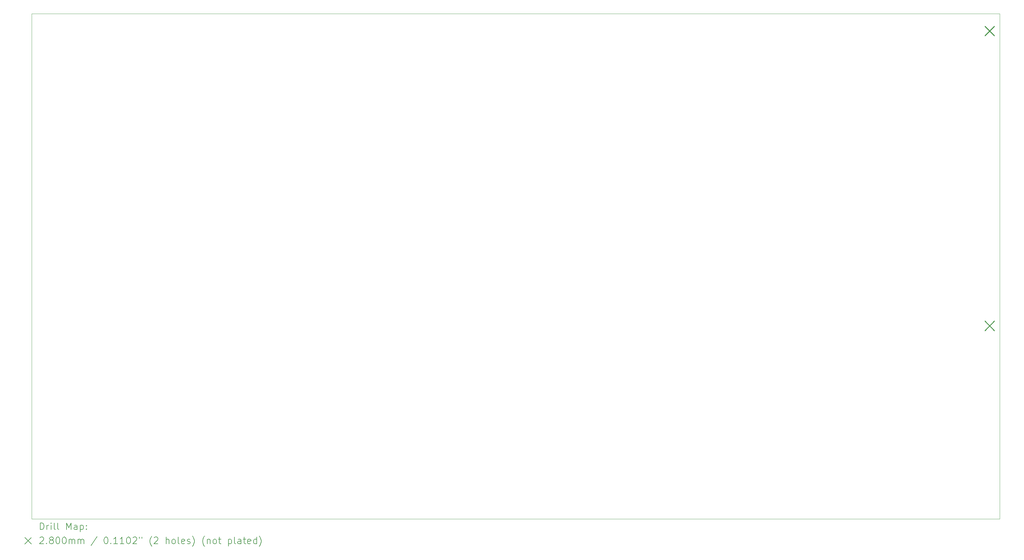
<source format=gbr>
%TF.GenerationSoftware,KiCad,Pcbnew,(6.0.10)*%
%TF.CreationDate,2023-03-31T21:36:53+03:00*%
%TF.ProjectId,delta48m,64656c74-6134-4386-9d2e-6b696361645f,1*%
%TF.SameCoordinates,Original*%
%TF.FileFunction,Drillmap*%
%TF.FilePolarity,Positive*%
%FSLAX45Y45*%
G04 Gerber Fmt 4.5, Leading zero omitted, Abs format (unit mm)*
G04 Created by KiCad (PCBNEW (6.0.10)) date 2023-03-31 21:36:53*
%MOMM*%
%LPD*%
G01*
G04 APERTURE LIST*
%ADD10C,0.100000*%
%ADD11C,0.200000*%
%ADD12C,0.280000*%
G04 APERTURE END LIST*
D10*
X6960000Y-7140000D02*
X35660000Y-7140000D01*
X35660000Y-7140000D02*
X35660000Y-22140000D01*
X35660000Y-22140000D02*
X6960000Y-22140000D01*
X6960000Y-22140000D02*
X6960000Y-7140000D01*
D11*
D12*
X35225900Y-7516000D02*
X35505900Y-7796000D01*
X35505900Y-7516000D02*
X35225900Y-7796000D01*
X35225900Y-16266000D02*
X35505900Y-16546000D01*
X35505900Y-16266000D02*
X35225900Y-16546000D01*
D11*
X7212619Y-22455476D02*
X7212619Y-22255476D01*
X7260238Y-22255476D01*
X7288809Y-22265000D01*
X7307857Y-22284048D01*
X7317381Y-22303095D01*
X7326905Y-22341190D01*
X7326905Y-22369762D01*
X7317381Y-22407857D01*
X7307857Y-22426905D01*
X7288809Y-22445952D01*
X7260238Y-22455476D01*
X7212619Y-22455476D01*
X7412619Y-22455476D02*
X7412619Y-22322143D01*
X7412619Y-22360238D02*
X7422143Y-22341190D01*
X7431667Y-22331667D01*
X7450714Y-22322143D01*
X7469762Y-22322143D01*
X7536428Y-22455476D02*
X7536428Y-22322143D01*
X7536428Y-22255476D02*
X7526905Y-22265000D01*
X7536428Y-22274524D01*
X7545952Y-22265000D01*
X7536428Y-22255476D01*
X7536428Y-22274524D01*
X7660238Y-22455476D02*
X7641190Y-22445952D01*
X7631667Y-22426905D01*
X7631667Y-22255476D01*
X7765000Y-22455476D02*
X7745952Y-22445952D01*
X7736428Y-22426905D01*
X7736428Y-22255476D01*
X7993571Y-22455476D02*
X7993571Y-22255476D01*
X8060238Y-22398333D01*
X8126905Y-22255476D01*
X8126905Y-22455476D01*
X8307857Y-22455476D02*
X8307857Y-22350714D01*
X8298333Y-22331667D01*
X8279286Y-22322143D01*
X8241190Y-22322143D01*
X8222143Y-22331667D01*
X8307857Y-22445952D02*
X8288809Y-22455476D01*
X8241190Y-22455476D01*
X8222143Y-22445952D01*
X8212619Y-22426905D01*
X8212619Y-22407857D01*
X8222143Y-22388809D01*
X8241190Y-22379286D01*
X8288809Y-22379286D01*
X8307857Y-22369762D01*
X8403095Y-22322143D02*
X8403095Y-22522143D01*
X8403095Y-22331667D02*
X8422143Y-22322143D01*
X8460238Y-22322143D01*
X8479286Y-22331667D01*
X8488810Y-22341190D01*
X8498333Y-22360238D01*
X8498333Y-22417381D01*
X8488810Y-22436428D01*
X8479286Y-22445952D01*
X8460238Y-22455476D01*
X8422143Y-22455476D01*
X8403095Y-22445952D01*
X8584048Y-22436428D02*
X8593571Y-22445952D01*
X8584048Y-22455476D01*
X8574524Y-22445952D01*
X8584048Y-22436428D01*
X8584048Y-22455476D01*
X8584048Y-22331667D02*
X8593571Y-22341190D01*
X8584048Y-22350714D01*
X8574524Y-22341190D01*
X8584048Y-22331667D01*
X8584048Y-22350714D01*
X6755000Y-22685000D02*
X6955000Y-22885000D01*
X6955000Y-22685000D02*
X6755000Y-22885000D01*
X7203095Y-22694524D02*
X7212619Y-22685000D01*
X7231667Y-22675476D01*
X7279286Y-22675476D01*
X7298333Y-22685000D01*
X7307857Y-22694524D01*
X7317381Y-22713571D01*
X7317381Y-22732619D01*
X7307857Y-22761190D01*
X7193571Y-22875476D01*
X7317381Y-22875476D01*
X7403095Y-22856428D02*
X7412619Y-22865952D01*
X7403095Y-22875476D01*
X7393571Y-22865952D01*
X7403095Y-22856428D01*
X7403095Y-22875476D01*
X7526905Y-22761190D02*
X7507857Y-22751667D01*
X7498333Y-22742143D01*
X7488809Y-22723095D01*
X7488809Y-22713571D01*
X7498333Y-22694524D01*
X7507857Y-22685000D01*
X7526905Y-22675476D01*
X7565000Y-22675476D01*
X7584048Y-22685000D01*
X7593571Y-22694524D01*
X7603095Y-22713571D01*
X7603095Y-22723095D01*
X7593571Y-22742143D01*
X7584048Y-22751667D01*
X7565000Y-22761190D01*
X7526905Y-22761190D01*
X7507857Y-22770714D01*
X7498333Y-22780238D01*
X7488809Y-22799286D01*
X7488809Y-22837381D01*
X7498333Y-22856428D01*
X7507857Y-22865952D01*
X7526905Y-22875476D01*
X7565000Y-22875476D01*
X7584048Y-22865952D01*
X7593571Y-22856428D01*
X7603095Y-22837381D01*
X7603095Y-22799286D01*
X7593571Y-22780238D01*
X7584048Y-22770714D01*
X7565000Y-22761190D01*
X7726905Y-22675476D02*
X7745952Y-22675476D01*
X7765000Y-22685000D01*
X7774524Y-22694524D01*
X7784048Y-22713571D01*
X7793571Y-22751667D01*
X7793571Y-22799286D01*
X7784048Y-22837381D01*
X7774524Y-22856428D01*
X7765000Y-22865952D01*
X7745952Y-22875476D01*
X7726905Y-22875476D01*
X7707857Y-22865952D01*
X7698333Y-22856428D01*
X7688809Y-22837381D01*
X7679286Y-22799286D01*
X7679286Y-22751667D01*
X7688809Y-22713571D01*
X7698333Y-22694524D01*
X7707857Y-22685000D01*
X7726905Y-22675476D01*
X7917381Y-22675476D02*
X7936428Y-22675476D01*
X7955476Y-22685000D01*
X7965000Y-22694524D01*
X7974524Y-22713571D01*
X7984048Y-22751667D01*
X7984048Y-22799286D01*
X7974524Y-22837381D01*
X7965000Y-22856428D01*
X7955476Y-22865952D01*
X7936428Y-22875476D01*
X7917381Y-22875476D01*
X7898333Y-22865952D01*
X7888809Y-22856428D01*
X7879286Y-22837381D01*
X7869762Y-22799286D01*
X7869762Y-22751667D01*
X7879286Y-22713571D01*
X7888809Y-22694524D01*
X7898333Y-22685000D01*
X7917381Y-22675476D01*
X8069762Y-22875476D02*
X8069762Y-22742143D01*
X8069762Y-22761190D02*
X8079286Y-22751667D01*
X8098333Y-22742143D01*
X8126905Y-22742143D01*
X8145952Y-22751667D01*
X8155476Y-22770714D01*
X8155476Y-22875476D01*
X8155476Y-22770714D02*
X8165000Y-22751667D01*
X8184048Y-22742143D01*
X8212619Y-22742143D01*
X8231667Y-22751667D01*
X8241190Y-22770714D01*
X8241190Y-22875476D01*
X8336428Y-22875476D02*
X8336428Y-22742143D01*
X8336428Y-22761190D02*
X8345952Y-22751667D01*
X8365000Y-22742143D01*
X8393571Y-22742143D01*
X8412619Y-22751667D01*
X8422143Y-22770714D01*
X8422143Y-22875476D01*
X8422143Y-22770714D02*
X8431667Y-22751667D01*
X8450714Y-22742143D01*
X8479286Y-22742143D01*
X8498333Y-22751667D01*
X8507857Y-22770714D01*
X8507857Y-22875476D01*
X8898333Y-22665952D02*
X8726905Y-22923095D01*
X9155476Y-22675476D02*
X9174524Y-22675476D01*
X9193571Y-22685000D01*
X9203095Y-22694524D01*
X9212619Y-22713571D01*
X9222143Y-22751667D01*
X9222143Y-22799286D01*
X9212619Y-22837381D01*
X9203095Y-22856428D01*
X9193571Y-22865952D01*
X9174524Y-22875476D01*
X9155476Y-22875476D01*
X9136429Y-22865952D01*
X9126905Y-22856428D01*
X9117381Y-22837381D01*
X9107857Y-22799286D01*
X9107857Y-22751667D01*
X9117381Y-22713571D01*
X9126905Y-22694524D01*
X9136429Y-22685000D01*
X9155476Y-22675476D01*
X9307857Y-22856428D02*
X9317381Y-22865952D01*
X9307857Y-22875476D01*
X9298333Y-22865952D01*
X9307857Y-22856428D01*
X9307857Y-22875476D01*
X9507857Y-22875476D02*
X9393571Y-22875476D01*
X9450714Y-22875476D02*
X9450714Y-22675476D01*
X9431667Y-22704048D01*
X9412619Y-22723095D01*
X9393571Y-22732619D01*
X9698333Y-22875476D02*
X9584048Y-22875476D01*
X9641190Y-22875476D02*
X9641190Y-22675476D01*
X9622143Y-22704048D01*
X9603095Y-22723095D01*
X9584048Y-22732619D01*
X9822143Y-22675476D02*
X9841190Y-22675476D01*
X9860238Y-22685000D01*
X9869762Y-22694524D01*
X9879286Y-22713571D01*
X9888810Y-22751667D01*
X9888810Y-22799286D01*
X9879286Y-22837381D01*
X9869762Y-22856428D01*
X9860238Y-22865952D01*
X9841190Y-22875476D01*
X9822143Y-22875476D01*
X9803095Y-22865952D01*
X9793571Y-22856428D01*
X9784048Y-22837381D01*
X9774524Y-22799286D01*
X9774524Y-22751667D01*
X9784048Y-22713571D01*
X9793571Y-22694524D01*
X9803095Y-22685000D01*
X9822143Y-22675476D01*
X9965000Y-22694524D02*
X9974524Y-22685000D01*
X9993571Y-22675476D01*
X10041190Y-22675476D01*
X10060238Y-22685000D01*
X10069762Y-22694524D01*
X10079286Y-22713571D01*
X10079286Y-22732619D01*
X10069762Y-22761190D01*
X9955476Y-22875476D01*
X10079286Y-22875476D01*
X10155476Y-22675476D02*
X10155476Y-22713571D01*
X10231667Y-22675476D02*
X10231667Y-22713571D01*
X10526905Y-22951667D02*
X10517381Y-22942143D01*
X10498333Y-22913571D01*
X10488810Y-22894524D01*
X10479286Y-22865952D01*
X10469762Y-22818333D01*
X10469762Y-22780238D01*
X10479286Y-22732619D01*
X10488810Y-22704048D01*
X10498333Y-22685000D01*
X10517381Y-22656428D01*
X10526905Y-22646905D01*
X10593571Y-22694524D02*
X10603095Y-22685000D01*
X10622143Y-22675476D01*
X10669762Y-22675476D01*
X10688810Y-22685000D01*
X10698333Y-22694524D01*
X10707857Y-22713571D01*
X10707857Y-22732619D01*
X10698333Y-22761190D01*
X10584048Y-22875476D01*
X10707857Y-22875476D01*
X10945952Y-22875476D02*
X10945952Y-22675476D01*
X11031667Y-22875476D02*
X11031667Y-22770714D01*
X11022143Y-22751667D01*
X11003095Y-22742143D01*
X10974524Y-22742143D01*
X10955476Y-22751667D01*
X10945952Y-22761190D01*
X11155476Y-22875476D02*
X11136429Y-22865952D01*
X11126905Y-22856428D01*
X11117381Y-22837381D01*
X11117381Y-22780238D01*
X11126905Y-22761190D01*
X11136429Y-22751667D01*
X11155476Y-22742143D01*
X11184048Y-22742143D01*
X11203095Y-22751667D01*
X11212619Y-22761190D01*
X11222143Y-22780238D01*
X11222143Y-22837381D01*
X11212619Y-22856428D01*
X11203095Y-22865952D01*
X11184048Y-22875476D01*
X11155476Y-22875476D01*
X11336428Y-22875476D02*
X11317381Y-22865952D01*
X11307857Y-22846905D01*
X11307857Y-22675476D01*
X11488809Y-22865952D02*
X11469762Y-22875476D01*
X11431667Y-22875476D01*
X11412619Y-22865952D01*
X11403095Y-22846905D01*
X11403095Y-22770714D01*
X11412619Y-22751667D01*
X11431667Y-22742143D01*
X11469762Y-22742143D01*
X11488809Y-22751667D01*
X11498333Y-22770714D01*
X11498333Y-22789762D01*
X11403095Y-22808809D01*
X11574524Y-22865952D02*
X11593571Y-22875476D01*
X11631667Y-22875476D01*
X11650714Y-22865952D01*
X11660238Y-22846905D01*
X11660238Y-22837381D01*
X11650714Y-22818333D01*
X11631667Y-22808809D01*
X11603095Y-22808809D01*
X11584048Y-22799286D01*
X11574524Y-22780238D01*
X11574524Y-22770714D01*
X11584048Y-22751667D01*
X11603095Y-22742143D01*
X11631667Y-22742143D01*
X11650714Y-22751667D01*
X11726905Y-22951667D02*
X11736428Y-22942143D01*
X11755476Y-22913571D01*
X11765000Y-22894524D01*
X11774524Y-22865952D01*
X11784048Y-22818333D01*
X11784048Y-22780238D01*
X11774524Y-22732619D01*
X11765000Y-22704048D01*
X11755476Y-22685000D01*
X11736428Y-22656428D01*
X11726905Y-22646905D01*
X12088809Y-22951667D02*
X12079286Y-22942143D01*
X12060238Y-22913571D01*
X12050714Y-22894524D01*
X12041190Y-22865952D01*
X12031667Y-22818333D01*
X12031667Y-22780238D01*
X12041190Y-22732619D01*
X12050714Y-22704048D01*
X12060238Y-22685000D01*
X12079286Y-22656428D01*
X12088809Y-22646905D01*
X12165000Y-22742143D02*
X12165000Y-22875476D01*
X12165000Y-22761190D02*
X12174524Y-22751667D01*
X12193571Y-22742143D01*
X12222143Y-22742143D01*
X12241190Y-22751667D01*
X12250714Y-22770714D01*
X12250714Y-22875476D01*
X12374524Y-22875476D02*
X12355476Y-22865952D01*
X12345952Y-22856428D01*
X12336428Y-22837381D01*
X12336428Y-22780238D01*
X12345952Y-22761190D01*
X12355476Y-22751667D01*
X12374524Y-22742143D01*
X12403095Y-22742143D01*
X12422143Y-22751667D01*
X12431667Y-22761190D01*
X12441190Y-22780238D01*
X12441190Y-22837381D01*
X12431667Y-22856428D01*
X12422143Y-22865952D01*
X12403095Y-22875476D01*
X12374524Y-22875476D01*
X12498333Y-22742143D02*
X12574524Y-22742143D01*
X12526905Y-22675476D02*
X12526905Y-22846905D01*
X12536428Y-22865952D01*
X12555476Y-22875476D01*
X12574524Y-22875476D01*
X12793571Y-22742143D02*
X12793571Y-22942143D01*
X12793571Y-22751667D02*
X12812619Y-22742143D01*
X12850714Y-22742143D01*
X12869762Y-22751667D01*
X12879286Y-22761190D01*
X12888809Y-22780238D01*
X12888809Y-22837381D01*
X12879286Y-22856428D01*
X12869762Y-22865952D01*
X12850714Y-22875476D01*
X12812619Y-22875476D01*
X12793571Y-22865952D01*
X13003095Y-22875476D02*
X12984048Y-22865952D01*
X12974524Y-22846905D01*
X12974524Y-22675476D01*
X13165000Y-22875476D02*
X13165000Y-22770714D01*
X13155476Y-22751667D01*
X13136428Y-22742143D01*
X13098333Y-22742143D01*
X13079286Y-22751667D01*
X13165000Y-22865952D02*
X13145952Y-22875476D01*
X13098333Y-22875476D01*
X13079286Y-22865952D01*
X13069762Y-22846905D01*
X13069762Y-22827857D01*
X13079286Y-22808809D01*
X13098333Y-22799286D01*
X13145952Y-22799286D01*
X13165000Y-22789762D01*
X13231667Y-22742143D02*
X13307857Y-22742143D01*
X13260238Y-22675476D02*
X13260238Y-22846905D01*
X13269762Y-22865952D01*
X13288809Y-22875476D01*
X13307857Y-22875476D01*
X13450714Y-22865952D02*
X13431667Y-22875476D01*
X13393571Y-22875476D01*
X13374524Y-22865952D01*
X13365000Y-22846905D01*
X13365000Y-22770714D01*
X13374524Y-22751667D01*
X13393571Y-22742143D01*
X13431667Y-22742143D01*
X13450714Y-22751667D01*
X13460238Y-22770714D01*
X13460238Y-22789762D01*
X13365000Y-22808809D01*
X13631667Y-22875476D02*
X13631667Y-22675476D01*
X13631667Y-22865952D02*
X13612619Y-22875476D01*
X13574524Y-22875476D01*
X13555476Y-22865952D01*
X13545952Y-22856428D01*
X13536428Y-22837381D01*
X13536428Y-22780238D01*
X13545952Y-22761190D01*
X13555476Y-22751667D01*
X13574524Y-22742143D01*
X13612619Y-22742143D01*
X13631667Y-22751667D01*
X13707857Y-22951667D02*
X13717381Y-22942143D01*
X13736428Y-22913571D01*
X13745952Y-22894524D01*
X13755476Y-22865952D01*
X13765000Y-22818333D01*
X13765000Y-22780238D01*
X13755476Y-22732619D01*
X13745952Y-22704048D01*
X13736428Y-22685000D01*
X13717381Y-22656428D01*
X13707857Y-22646905D01*
M02*

</source>
